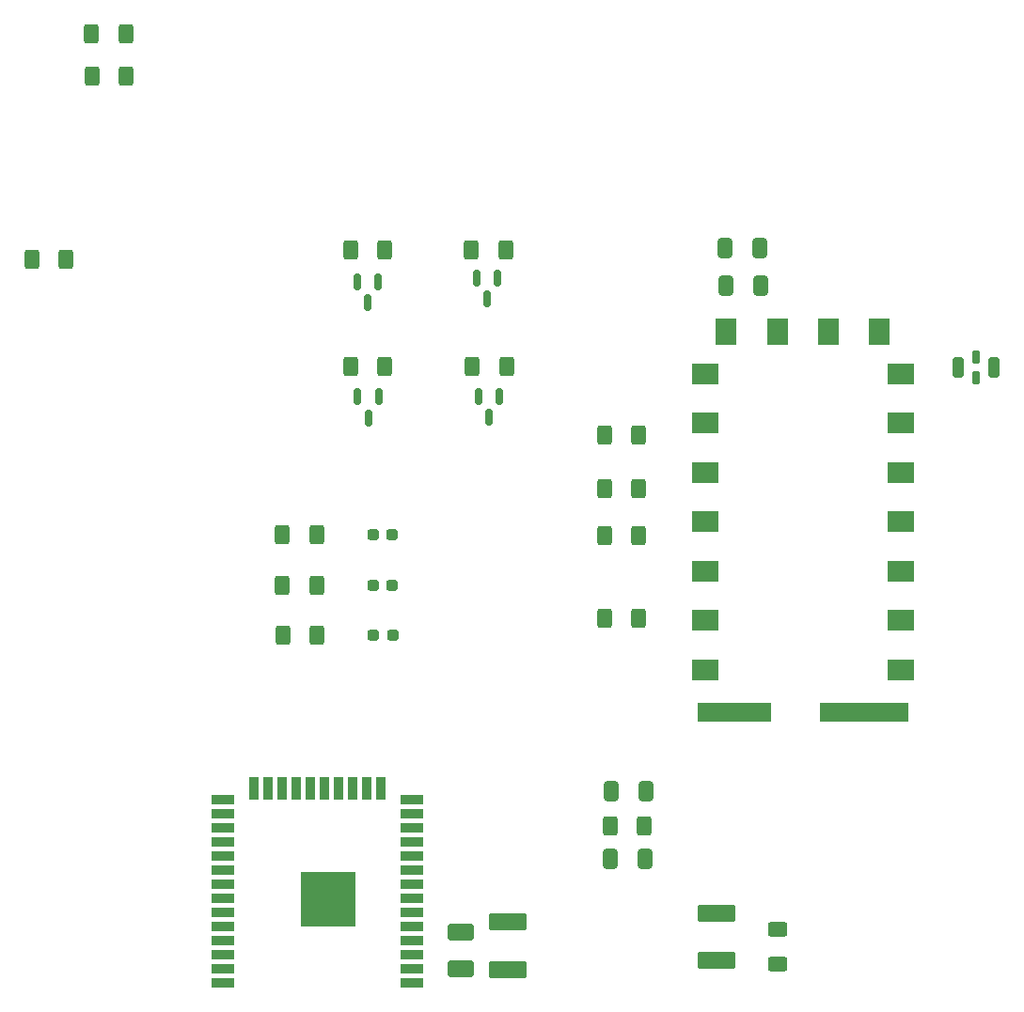
<source format=gbr>
%TF.GenerationSoftware,KiCad,Pcbnew,6.0.8-f2edbf62ab~116~ubuntu22.04.1*%
%TF.CreationDate,2022-10-21T16:06:30-07:00*%
%TF.ProjectId,aprs-esp32,61707273-2d65-4737-9033-322e6b696361,v1.0.0*%
%TF.SameCoordinates,Original*%
%TF.FileFunction,Paste,Top*%
%TF.FilePolarity,Positive*%
%FSLAX46Y46*%
G04 Gerber Fmt 4.6, Leading zero omitted, Abs format (unit mm)*
G04 Created by KiCad (PCBNEW 6.0.8-f2edbf62ab~116~ubuntu22.04.1) date 2022-10-21 16:06:30*
%MOMM*%
%LPD*%
G01*
G04 APERTURE LIST*
G04 Aperture macros list*
%AMRoundRect*
0 Rectangle with rounded corners*
0 $1 Rounding radius*
0 $2 $3 $4 $5 $6 $7 $8 $9 X,Y pos of 4 corners*
0 Add a 4 corners polygon primitive as box body*
4,1,4,$2,$3,$4,$5,$6,$7,$8,$9,$2,$3,0*
0 Add four circle primitives for the rounded corners*
1,1,$1+$1,$2,$3*
1,1,$1+$1,$4,$5*
1,1,$1+$1,$6,$7*
1,1,$1+$1,$8,$9*
0 Add four rect primitives between the rounded corners*
20,1,$1+$1,$2,$3,$4,$5,0*
20,1,$1+$1,$4,$5,$6,$7,0*
20,1,$1+$1,$6,$7,$8,$9,0*
20,1,$1+$1,$8,$9,$2,$3,0*%
G04 Aperture macros list end*
%ADD10RoundRect,0.250000X0.400000X0.625000X-0.400000X0.625000X-0.400000X-0.625000X0.400000X-0.625000X0*%
%ADD11RoundRect,0.250000X-0.412500X-0.650000X0.412500X-0.650000X0.412500X0.650000X-0.412500X0.650000X0*%
%ADD12RoundRect,0.250000X1.450000X-0.537500X1.450000X0.537500X-1.450000X0.537500X-1.450000X-0.537500X0*%
%ADD13RoundRect,0.237500X-0.287500X-0.237500X0.287500X-0.237500X0.287500X0.237500X-0.287500X0.237500X0*%
%ADD14RoundRect,0.150000X-0.150000X0.587500X-0.150000X-0.587500X0.150000X-0.587500X0.150000X0.587500X0*%
%ADD15R,2.470000X1.880000*%
%ADD16R,1.880000X2.470000*%
%ADD17R,6.600000X1.800000*%
%ADD18R,8.000000X1.800000*%
%ADD19RoundRect,0.249600X-0.270400X-0.650400X0.270400X-0.650400X0.270400X0.650400X-0.270400X0.650400X0*%
%ADD20RoundRect,0.152500X-0.152500X-0.470000X0.152500X-0.470000X0.152500X0.470000X-0.152500X0.470000X0*%
%ADD21RoundRect,0.250001X0.924999X-0.499999X0.924999X0.499999X-0.924999X0.499999X-0.924999X-0.499999X0*%
%ADD22R,2.000000X0.900000*%
%ADD23R,0.900000X2.000000*%
%ADD24R,5.000000X5.000000*%
%ADD25RoundRect,0.250000X0.412500X0.650000X-0.412500X0.650000X-0.412500X-0.650000X0.412500X-0.650000X0*%
%ADD26RoundRect,0.250000X-0.625000X0.400000X-0.625000X-0.400000X0.625000X-0.400000X0.625000X0.400000X0*%
%ADD27RoundRect,0.250000X-0.400000X-0.625000X0.400000X-0.625000X0.400000X0.625000X-0.400000X0.625000X0*%
G04 APERTURE END LIST*
D10*
%TO.C,R4*%
X56835000Y-62815000D03*
X53735000Y-62815000D03*
%TD*%
D11*
%TO.C,C2*%
X87555000Y-55485000D03*
X90680000Y-55485000D03*
%TD*%
D10*
%TO.C,R10*%
X67775000Y-62775000D03*
X64675000Y-62775000D03*
%TD*%
%TO.C,R3*%
X56845000Y-52285000D03*
X53745000Y-52285000D03*
%TD*%
D12*
%TO.C,C3*%
X86679587Y-116330713D03*
X86679587Y-112055713D03*
%TD*%
D13*
%TO.C,D1*%
X55810000Y-87055000D03*
X57560000Y-87055000D03*
%TD*%
D14*
%TO.C,Q4*%
X67175000Y-65532500D03*
X65275000Y-65532500D03*
X66225000Y-67407500D03*
%TD*%
D10*
%TO.C,R14*%
X50725000Y-87035000D03*
X47625000Y-87035000D03*
%TD*%
D12*
%TO.C,C4*%
X67875000Y-117130000D03*
X67875000Y-112855000D03*
%TD*%
D13*
%TO.C,D2*%
X55760000Y-82515000D03*
X57510000Y-82515000D03*
%TD*%
D11*
%TO.C,C1*%
X87455000Y-52145000D03*
X90580000Y-52145000D03*
%TD*%
D14*
%TO.C,Q1*%
X56285000Y-65547500D03*
X54385000Y-65547500D03*
X55335000Y-67422500D03*
%TD*%
D13*
%TO.C,D3*%
X55760000Y-77945000D03*
X57510000Y-77945000D03*
%TD*%
D10*
%TO.C,R15*%
X50715000Y-82565000D03*
X47615000Y-82565000D03*
%TD*%
D14*
%TO.C,Q2*%
X56245000Y-55186500D03*
X54345000Y-55186500D03*
X55295000Y-57061500D03*
%TD*%
D15*
%TO.C,U1*%
X85640000Y-90155000D03*
X85640000Y-85705000D03*
X85640000Y-81255000D03*
X85640000Y-76805000D03*
X85640000Y-72355000D03*
X85640000Y-67905000D03*
X85640000Y-63455000D03*
D16*
X87565000Y-59680000D03*
X92165000Y-59680000D03*
X96765000Y-59680000D03*
X101365000Y-59680000D03*
D15*
X103290000Y-63455000D03*
X103290000Y-67905000D03*
X103290000Y-72355000D03*
X103290000Y-76805000D03*
X103290000Y-81255000D03*
X103290000Y-85705000D03*
X103290000Y-90155000D03*
D17*
X88265000Y-93930000D03*
D18*
X99965000Y-93930000D03*
%TD*%
D19*
%TO.C,FL1*%
X108426659Y-62866266D03*
D20*
X110051659Y-63793766D03*
D19*
X111676659Y-62866266D03*
D20*
X110051659Y-61938766D03*
%TD*%
D21*
%TO.C,C5*%
X63655000Y-117040000D03*
X63655000Y-113790000D03*
%TD*%
D22*
%TO.C,U2*%
X59235000Y-118350000D03*
X59235000Y-117080000D03*
X59235000Y-115810000D03*
X59235000Y-114540000D03*
X59235000Y-113270000D03*
X59235000Y-112000000D03*
X59235000Y-110730000D03*
X59235000Y-109460000D03*
X59235000Y-108190000D03*
X59235000Y-106920000D03*
X59235000Y-105650000D03*
X59235000Y-104380000D03*
X59235000Y-103110000D03*
X59235000Y-101840000D03*
D23*
X56450000Y-100840000D03*
X55180000Y-100840000D03*
X53910000Y-100840000D03*
X52640000Y-100840000D03*
X51370000Y-100840000D03*
X50100000Y-100840000D03*
X48830000Y-100840000D03*
X47560000Y-100840000D03*
X46290000Y-100840000D03*
X45020000Y-100840000D03*
D22*
X42235000Y-101840000D03*
X42235000Y-103110000D03*
X42235000Y-104380000D03*
X42235000Y-105650000D03*
X42235000Y-106920000D03*
X42235000Y-108190000D03*
X42235000Y-109460000D03*
X42235000Y-110730000D03*
X42235000Y-112000000D03*
X42235000Y-113270000D03*
X42235000Y-114540000D03*
X42235000Y-115810000D03*
X42235000Y-117080000D03*
X42235000Y-118350000D03*
D24*
X51735000Y-110850000D03*
%TD*%
D10*
%TO.C,R9*%
X80205000Y-104235000D03*
X77105000Y-104235000D03*
%TD*%
%TO.C,R11*%
X79705000Y-73805000D03*
X76605000Y-73805000D03*
%TD*%
D25*
%TO.C,C6*%
X80307500Y-101105000D03*
X77182500Y-101105000D03*
%TD*%
D10*
%TO.C,R16*%
X50675000Y-77955000D03*
X47575000Y-77955000D03*
%TD*%
%TO.C,R13*%
X33535000Y-36625000D03*
X30435000Y-36625000D03*
%TD*%
D26*
%TO.C,R8*%
X92179187Y-113529917D03*
X92179187Y-116629917D03*
%TD*%
D10*
%TO.C,R5*%
X79705000Y-68985000D03*
X76605000Y-68985000D03*
%TD*%
D27*
%TO.C,R1*%
X25025000Y-53125000D03*
X28125000Y-53125000D03*
%TD*%
D14*
%TO.C,Q3*%
X66975000Y-54827500D03*
X65075000Y-54827500D03*
X66025000Y-56702500D03*
%TD*%
D10*
%TO.C,R6*%
X79705000Y-78015000D03*
X76605000Y-78015000D03*
%TD*%
D25*
%TO.C,C7*%
X80243050Y-107175205D03*
X77118050Y-107175205D03*
%TD*%
D10*
%TO.C,R7*%
X79705000Y-85525000D03*
X76605000Y-85525000D03*
%TD*%
%TO.C,R2*%
X67695000Y-52305000D03*
X64595000Y-52305000D03*
%TD*%
%TO.C,R12*%
X33495000Y-32825000D03*
X30395000Y-32825000D03*
%TD*%
M02*

</source>
